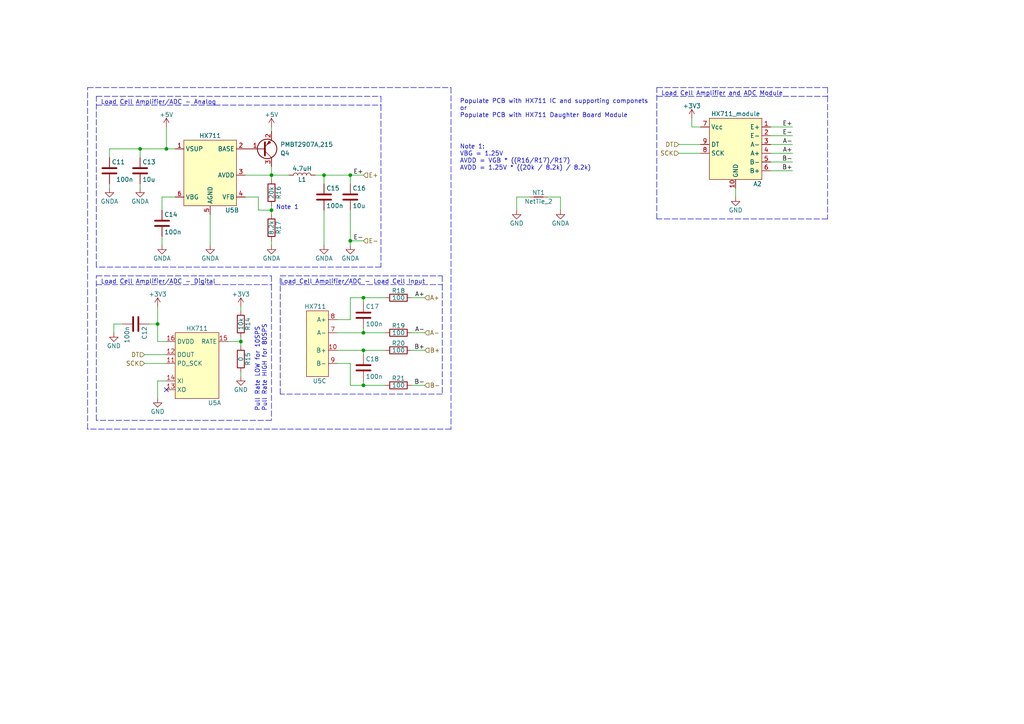
<source format=kicad_sch>
(kicad_sch (version 20211123) (generator eeschema)
  (paper "A4")
  (lib_symbols
    (symbol "Device:C" (pin_numbers hide) (pin_names (offset 0.254))
      (property "Reference" "C" (at 0.635 2.54 0))
      (property "Value" "C" (at 0.635 -2.54 0))
      (symbol "C_0_1"
        (polyline (pts (xy -2.032 -0.762) (xy 2.032 -0.762)) (stroke (width 0.508)))
        (polyline (pts (xy -2.032 0.762) (xy 2.032 0.762)) (stroke (width 0.508)))
      )
      (symbol "C_1_1"
        (pin passive line (at 0 3.81 270) (length 2.794) (name "~") (number "1"))
        (pin passive line (at 0 -3.81 90) (length 2.794) (name "~") (number "2"))
      )
    )
    (symbol "Device:L" (pin_numbers hide) (pin_names (offset 1.016) hide)
      (property "Reference" "L" (at -1.27 0 90))
      (property "Value" "L" (at 1.905 0 90))
      (symbol "L_0_1"
        (arc (start 0 -2.54) (mid 0.635 -1.905) (end 0 -1.27))
        (arc (start 0 -1.27) (mid 0.635 -0.635) (end 0 0))
        (arc (start 0 0) (mid 0.635 0.635) (end 0 1.27))
        (arc (start 0 1.27) (mid 0.635 1.905) (end 0 2.54))
      )
      (symbol "L_1_1"
        (pin passive line (at 0 3.81 270) (length 1.27) (name "1") (number "1"))
        (pin passive line (at 0 -3.81 90) (length 1.27) (name "2") (number "2"))
      )
    )
    (symbol "Device:NetTie_2" (pin_numbers hide) (pin_names (offset 0) hide)
      (property "Reference" "NT" (at 0 1.27 0))
      (property "Value" "NetTie_2" (at 0 -1.27 0))
      (symbol "NetTie_2_0_1"
        (polyline (pts (xy -1.27 0) (xy 1.27 0)) (stroke (width 0.254)))
      )
      (symbol "NetTie_2_1_1"
        (pin passive line (at -2.54 0 0) (length 2.54) (name "1") (number "1"))
        (pin passive line (at 2.54 0 180) (length 2.54) (name "2") (number "2"))
      )
    )
    (symbol "Device:Q_PNP_BEC" (pin_names (offset 0) hide)
      (property "Reference" "Q" (at 5.08 1.27 0))
      (property "Value" "Q_PNP_BEC" (at 5.08 -1.27 0))
      (symbol "Q_PNP_BEC_0_1"
        (polyline (pts (xy 0.635 0.635) (xy 2.54 2.54)))
        (polyline (pts (xy 0.635 -0.635) (xy 2.54 -2.54) (xy 2.54 -2.54)))
        (polyline (pts (xy 0.635 1.905) (xy 0.635 -1.905) (xy 0.635 -1.905)) (stroke (width 0.508)))
        (polyline (pts (xy 2.286 -1.778) (xy 1.778 -2.286) (xy 1.27 -1.27) (xy 2.286 -1.778) (xy 2.286 -1.778)) (fill (type outline)))
        (circle (center 1.27 0) (radius 2.8194) (stroke (width 0.254)))
      )
      (symbol "Q_PNP_BEC_1_1"
        (pin input line (at -5.08 0 0) (length 5.715) (name "B") (number "1"))
        (pin passive line (at 2.54 -5.08 90) (length 2.54) (name "E") (number "2"))
        (pin passive line (at 2.54 5.08 270) (length 2.54) (name "C") (number "3"))
      )
    )
    (symbol "Device:R" (pin_numbers hide) (pin_names (offset 0))
      (property "Reference" "R" (at 2.032 0 90))
      (property "Value" "R" (at 0 0 90))
      (symbol "R_0_1"
        (rectangle (start -1.016 -2.54) (end 1.016 2.54) (stroke (width 0.254)))
      )
      (symbol "R_1_1"
        (pin passive line (at 0 3.81 270) (length 1.27) (name "~") (number "1"))
        (pin passive line (at 0 -3.81 90) (length 1.27) (name "~") (number "2"))
      )
    )
    (symbol "pl_scale:HX711_m"
      (property "Reference" "U" (at 5.08 -17.78 0))
      (property "Value" "HX711_m" (at 0 3.81 0))
      (symbol "HX711_m_1_1"
        (rectangle (start -6.35 2.54) (end 6.35 -16.51) (fill (type background)))
        (pin passive line (at -8.89 -6.35 0) (length 2.54) (name "PD_SCK") (number "11"))
        (pin passive line (at -8.89 -3.81 0) (length 2.54) (name "DOUT") (number "12"))
        (pin passive line (at -8.89 -13.97 0) (length 2.54) (name "XO") (number "13"))
        (pin passive line (at -8.89 -11.43 0) (length 2.54) (name "XI") (number "14"))
        (pin passive line (at 8.89 0 180) (length 2.54) (name "RATE") (number "15"))
        (pin power_in line (at -8.89 0 0) (length 2.54) (name "DVDD") (number "16"))
      )
      (symbol "HX711_m_2_1"
        (rectangle (start -7.62 2.54) (end 7.62 -16.51) (fill (type background)))
        (pin power_in line (at -10.16 0 0) (length 2.54) (name "VSUP") (number "1"))
        (pin passive line (at 10.16 0 180) (length 2.54) (name "BASE") (number "2"))
        (pin power_out line (at 10.16 -7.62 180) (length 2.54) (name "AVDD") (number "3"))
        (pin passive line (at 10.16 -13.97 180) (length 2.54) (name "VFB") (number "4"))
        (pin power_out line (at 0 -19.05 90) (length 2.54) (name "AGND") (number "5"))
        (pin passive line (at -10.16 -13.97 0) (length 2.54) (name "VBG") (number "6"))
      )
      (symbol "HX711_m_3_1"
        (rectangle (start -2.54 2.54) (end 3.81 -16.51) (fill (type background)))
        (pin passive line (at 6.35 -8.89 180) (length 2.54) (name "B+") (number "10"))
        (pin passive line (at 6.35 -3.81 180) (length 2.54) (name "A-") (number "7"))
        (pin passive line (at 6.35 0 180) (length 2.54) (name "A+") (number "8"))
        (pin passive line (at 6.35 -12.7 180) (length 2.54) (name "B-") (number "9"))
      )
    )
    (symbol "pl_scale:HX711_module"
      (property "Reference" "A" (at 6.35 -16.51 0))
      (property "Value" "HX711_module" (at 0 3.81 0))
      (symbol "HX711_module_0_1"
        (rectangle (start -7.62 2.54) (end 7.62 -15.24) (fill (type background)))
      )
      (symbol "HX711_module_1_1"
        (pin input line (at 10.16 0 180) (length 2.54) (name "E+") (number "1"))
        (pin power_in line (at 0 -17.78 90) (length 2.54) (name "GND") (number "10"))
        (pin input line (at 10.16 -2.54 180) (length 2.54) (name "E-") (number "2"))
        (pin input line (at 10.16 -5.08 180) (length 2.54) (name "A-") (number "3"))
        (pin input line (at 10.16 -7.62 180) (length 2.54) (name "A+") (number "4"))
        (pin input line (at 10.16 -10.16 180) (length 2.54) (name "B-") (number "5"))
        (pin input line (at 10.16 -12.7 180) (length 2.54) (name "B+") (number "6"))
        (pin power_in line (at -10.16 0 0) (length 2.54) (name "Vcc") (number "7"))
        (pin input line (at -10.16 -7.62 0) (length 2.54) (name "SCK") (number "8"))
        (pin input line (at -10.16 -5.08 0) (length 2.54) (name "DT") (number "9"))
      )
    )
    (symbol "power:+3V3" (power) (pin_names (offset 0))
      (property "Value" "+3V3" (at 0 3.556 0))
      (symbol "+3V3_0_1"
        (polyline (pts (xy -0.762 1.27) (xy 0 2.54)))
        (polyline (pts (xy 0 0) (xy 0 2.54)))
        (polyline (pts (xy 0 2.54) (xy 0.762 1.27)))
      )
      (symbol "+3V3_1_1"
        (pin power_in line (at 0 0 90) (length 0) hide (name "+3V3") (number "1"))
      )
    )
    (symbol "power:+5V" (power) (pin_names (offset 0))
      (property "Value" "+5V" (at 0 3.556 0))
      (symbol "+5V_0_1"
        (polyline (pts (xy -0.762 1.27) (xy 0 2.54)))
        (polyline (pts (xy 0 0) (xy 0 2.54)))
        (polyline (pts (xy 0 2.54) (xy 0.762 1.27)))
      )
      (symbol "+5V_1_1"
        (pin power_in line (at 0 0 90) (length 0) hide (name "+5V") (number "1"))
      )
    )
    (symbol "power:GND" (power) (pin_names (offset 0))
      (property "Value" "GND" (at 0 -3.81 0))
      (symbol "GND_0_1"
        (polyline (pts (xy 0 0) (xy 0 -1.27) (xy 1.27 -1.27) (xy 0 -2.54) (xy -1.27 -1.27) (xy 0 -1.27)))
      )
      (symbol "GND_1_1"
        (pin power_in line (at 0 0 270) (length 0) hide (name "GND") (number "1"))
      )
    )
    (symbol "power:GNDA" (power) (pin_names (offset 0))
      (property "Value" "GNDA" (at 0 -3.81 0))
      (symbol "GNDA_0_1"
        (polyline (pts (xy 0 0) (xy 0 -1.27) (xy 1.27 -1.27) (xy 0 -2.54) (xy -1.27 -1.27) (xy 0 -1.27)))
      )
      (symbol "GNDA_1_1"
        (pin power_in line (at 0 0 270) (length 0) hide (name "GNDA") (number "1"))
      )
    )
  )
  (junction (at 105.41 111.76))
  (junction (at 78.74 60.96))
  (junction (at 40.64 43.18))
  (junction (at 101.6 69.85))
  (junction (at 105.41 101.6))
  (junction (at 93.98 50.8))
  (junction (at 69.85 99.06))
  (junction (at 105.41 96.52))
  (junction (at 105.41 86.36))
  (junction (at 78.74 50.8))
  (junction (at 48.26 43.18))
  (junction (at 101.6 50.8))
  (junction (at 45.72 93.98))
  (no_connect (at 48.26 113.03))
  (polyline (pts (xy 240.03 25.4) (xy 240.03 27.94)))
  (wire (pts (xy 119.38 96.52) (xy 123.19 96.52)))
  (wire (pts (xy 69.85 107.95) (xy 69.85 109.22)))
  (wire (pts (xy 119.38 86.36) (xy 123.19 86.36)))
  (wire (pts (xy 45.72 93.98) (xy 45.72 99.06)))
  (polyline (pts (xy 128.27 114.3) (xy 81.28 114.3)))
  (wire (pts (xy 78.74 69.85) (xy 78.74 71.12)))
  (wire (pts (xy 46.99 57.15) (xy 46.99 60.96)))
  (wire (pts (xy 50.8 57.15) (xy 46.99 57.15)))
  (wire (pts (xy 223.52 39.37) (xy 229.87 39.37)))
  (wire (pts (xy 101.6 92.71) (xy 97.79 92.71)))
  (wire (pts (xy 74.93 60.96) (xy 78.74 60.96)))
  (polyline (pts (xy 25.4 124.46) (xy 25.4 25.4)))
  (wire (pts (xy 48.26 36.83) (xy 48.26 43.18)))
  (wire (pts (xy 69.85 88.9) (xy 69.85 90.17)))
  (wire (pts (xy 196.85 44.45) (xy 203.2 44.45)))
  (wire (pts (xy 66.04 99.06) (xy 69.85 99.06)))
  (wire (pts (xy 69.85 99.06) (xy 69.85 97.79)))
  (wire (pts (xy 105.41 95.25) (xy 105.41 96.52)))
  (wire (pts (xy 33.02 93.98) (xy 35.56 93.98)))
  (wire (pts (xy 45.72 115.57) (xy 45.72 110.49)))
  (wire (pts (xy 78.74 50.8) (xy 78.74 48.26)))
  (wire (pts (xy 105.41 96.52) (xy 111.76 96.52)))
  (wire (pts (xy 40.64 43.18) (xy 40.64 45.72)))
  (polyline (pts (xy 130.81 25.4) (xy 130.81 124.46)))
  (polyline (pts (xy 81.28 82.55) (xy 128.27 82.55)))
  (wire (pts (xy 229.87 49.53) (xy 223.52 49.53)))
  (polyline (pts (xy 27.94 80.01) (xy 78.74 80.01)))
  (wire (pts (xy 119.38 101.6) (xy 123.19 101.6)))
  (wire (pts (xy 101.6 60.96) (xy 101.6 69.85)))
  (wire (pts (xy 93.98 60.96) (xy 93.98 71.12)))
  (wire (pts (xy 46.99 68.58) (xy 46.99 71.12)))
  (polyline (pts (xy 190.5 25.4) (xy 240.03 25.4)))
  (wire (pts (xy 71.12 50.8) (xy 78.74 50.8)))
  (wire (pts (xy 78.74 50.8) (xy 83.82 50.8)))
  (wire (pts (xy 200.66 34.29) (xy 200.66 36.83)))
  (wire (pts (xy 223.52 41.91) (xy 229.87 41.91)))
  (wire (pts (xy 101.6 86.36) (xy 101.6 92.71)))
  (polyline (pts (xy 78.74 80.01) (xy 78.74 82.55)))
  (polyline (pts (xy 128.27 82.55) (xy 128.27 114.3)))
  (wire (pts (xy 101.6 111.76) (xy 105.41 111.76)))
  (wire (pts (xy 162.56 57.15) (xy 158.75 57.15)))
  (wire (pts (xy 105.41 111.76) (xy 111.76 111.76)))
  (wire (pts (xy 60.96 62.23) (xy 60.96 71.12)))
  (polyline (pts (xy 240.03 27.94) (xy 240.03 63.5)))
  (polyline (pts (xy 81.28 80.01) (xy 128.27 80.01)))
  (wire (pts (xy 31.75 53.34) (xy 31.75 54.61)))
  (wire (pts (xy 78.74 36.83) (xy 78.74 38.1)))
  (polyline (pts (xy 190.5 27.94) (xy 240.03 27.94)))
  (polyline (pts (xy 27.94 30.48) (xy 110.49 30.48)))
  (wire (pts (xy 105.41 86.36) (xy 105.41 87.63)))
  (wire (pts (xy 162.56 60.96) (xy 162.56 57.15)))
  (polyline (pts (xy 81.28 114.3) (xy 81.28 80.01)))
  (wire (pts (xy 91.44 50.8) (xy 93.98 50.8)))
  (wire (pts (xy 200.66 36.83) (xy 203.2 36.83)))
  (wire (pts (xy 223.52 36.83) (xy 229.87 36.83)))
  (wire (pts (xy 78.74 59.69) (xy 78.74 60.96)))
  (polyline (pts (xy 78.74 82.55) (xy 78.74 121.92)))
  (wire (pts (xy 213.36 54.61) (xy 213.36 57.15)))
  (wire (pts (xy 97.79 96.52) (xy 105.41 96.52)))
  (polyline (pts (xy 190.5 63.5) (xy 190.5 25.4)))
  (polyline (pts (xy 130.81 124.46) (xy 25.4 124.46)))
  (wire (pts (xy 78.74 60.96) (xy 78.74 62.23)))
  (polyline (pts (xy 110.49 30.48) (xy 110.49 77.47)))
  (wire (pts (xy 33.02 96.52) (xy 33.02 93.98)))
  (polyline (pts (xy 128.27 80.01) (xy 128.27 82.55)))
  (wire (pts (xy 78.74 50.8) (xy 78.74 52.07)))
  (wire (pts (xy 229.87 46.99) (xy 223.52 46.99)))
  (wire (pts (xy 45.72 99.06) (xy 48.26 99.06)))
  (wire (pts (xy 119.38 111.76) (xy 123.19 111.76)))
  (polyline (pts (xy 27.94 77.47) (xy 27.94 27.94)))
  (wire (pts (xy 71.12 57.15) (xy 74.93 57.15)))
  (wire (pts (xy 101.6 69.85) (xy 105.41 69.85)))
  (wire (pts (xy 149.86 57.15) (xy 153.67 57.15)))
  (wire (pts (xy 93.98 50.8) (xy 93.98 53.34)))
  (wire (pts (xy 50.8 43.18) (xy 48.26 43.18)))
  (wire (pts (xy 105.41 101.6) (xy 105.41 102.87)))
  (wire (pts (xy 45.72 88.9) (xy 45.72 93.98)))
  (wire (pts (xy 45.72 110.49) (xy 48.26 110.49)))
  (wire (pts (xy 40.64 43.18) (xy 31.75 43.18)))
  (wire (pts (xy 223.52 44.45) (xy 229.87 44.45)))
  (wire (pts (xy 31.75 43.18) (xy 31.75 45.72)))
  (wire (pts (xy 97.79 105.41) (xy 101.6 105.41)))
  (wire (pts (xy 111.76 86.36) (xy 105.41 86.36)))
  (polyline (pts (xy 240.03 63.5) (xy 190.5 63.5)))
  (wire (pts (xy 93.98 50.8) (xy 101.6 50.8)))
  (polyline (pts (xy 110.49 27.94) (xy 110.49 30.48)))
  (wire (pts (xy 105.41 86.36) (xy 101.6 86.36)))
  (wire (pts (xy 48.26 43.18) (xy 40.64 43.18)))
  (wire (pts (xy 101.6 69.85) (xy 101.6 71.12)))
  (wire (pts (xy 101.6 50.8) (xy 101.6 53.34)))
  (wire (pts (xy 101.6 105.41) (xy 101.6 111.76)))
  (wire (pts (xy 41.91 102.87) (xy 48.26 102.87)))
  (polyline (pts (xy 110.49 77.47) (xy 27.94 77.47)))
  (wire (pts (xy 196.85 41.91) (xy 203.2 41.91)))
  (wire (pts (xy 105.41 110.49) (xy 105.41 111.76)))
  (wire (pts (xy 41.91 105.41) (xy 48.26 105.41)))
  (polyline (pts (xy 27.94 121.92) (xy 27.94 80.01)))
  (wire (pts (xy 74.93 57.15) (xy 74.93 60.96)))
  (wire (pts (xy 97.79 101.6) (xy 105.41 101.6)))
  (polyline (pts (xy 25.4 25.4) (xy 130.81 25.4)))
  (wire (pts (xy 69.85 99.06) (xy 69.85 100.33)))
  (wire (pts (xy 43.18 93.98) (xy 45.72 93.98)))
  (wire (pts (xy 149.86 60.96) (xy 149.86 57.15)))
  (polyline (pts (xy 27.94 27.94) (xy 110.49 27.94)))
  (wire (pts (xy 40.64 53.34) (xy 40.64 54.61)))
  (wire (pts (xy 101.6 50.8) (xy 105.41 50.8)))
  (wire (pts (xy 105.41 101.6) (xy 111.76 101.6)))
  (polyline (pts (xy 27.94 82.55) (xy 78.74 82.55)))
  (polyline (pts (xy 78.74 121.92) (xy 27.94 121.92)))
  (text "Note 1:\nVBG = 1.25V\nAVDD = VGB * ((R16/R17)/R17)\nAVDD = 1.25V * ((${d9d9390b-7442-48ce-aae3-fce299668054:VALUE} / ${c21c4211-b7db-467f-91fc-a5f5681a500d:VALUE}) / ${c21c4211-b7db-467f-91fc-a5f5681a500d:VALUE})" (at 133.35 49.53 0) (effects (font (size 1.27 1.27)) (justify left bottom)))
  (text "Pull Rate LOW for 10SPS\nPull Rate HIGH for 80SPS" (at 77.47 119.38 90) (effects (font (size 1.27 1.27)) (justify left bottom)))
  (text "Populate PCB with HX711 IC and supporting componets\nor\nPopulate PCB with HX711 Daughter Board Module" (at 133.35 34.29 0) (effects (font (size 1.27 1.27)) (justify left bottom)))
  (text "Load Cell Amplifier/ADC - Analog" (at 29.21 30.48 0) (effects (font (size 1.27 1.27)) (justify left bottom)))
  (text "Load Cell Amplifier/ADC - Load Cell Input" (at 81.28 82.55 0) (effects (font (size 1.27 1.27)) (justify left bottom)))
  (text "Load Cell Amplifier and ADC Module" (at 191.77 27.94 0) (effects (font (size 1.27 1.27)) (justify left bottom)))
  (text "Load Cell Amplifier/ADC - Digital" (at 29.21 82.55 0) (effects (font (size 1.27 1.27)) (justify left bottom)))
  (text "Note 1" (at 80.01 60.96 0) (effects (font (size 1.27 1.27)) (justify left bottom)))
  (label "B-" (at 229.87 46.99 180))
  (label "A+" (at 123.19 86.36 180))
  (label "E+" (at 229.87 36.83 180))
  (label "A-" (at 229.87 41.91 180))
  (label "E+" (at 105.41 50.8 180))
  (label "E-" (at 105.41 69.85 180))
  (label "B+" (at 123.19 101.6 180))
  (label "E-" (at 229.87 39.37 180))
  (label "A-" (at 123.19 96.52 180))
  (label "B-" (at 123.19 111.76 180))
  (label "B+" (at 229.87 49.53 180))
  (label "A+" (at 229.87 44.45 180))
  (hierarchical_label "E+" (shape input) (at 105.41 50.8 0))
  (hierarchical_label "DT" (shape input) (at 41.91 102.87 180))
  (hierarchical_label "A+" (shape input) (at 123.19 86.36 0))
  (hierarchical_label "SCK" (shape input) (at 41.91 105.41 180))
  (hierarchical_label "E-" (shape input) (at 105.41 69.85 0))
  (hierarchical_label "B+" (shape input) (at 123.19 101.6 0))
  (hierarchical_label "SCK" (shape input) (at 196.85 44.45 180))
  (hierarchical_label "DT" (shape input) (at 196.85 41.91 180))
  (hierarchical_label "B-" (shape input) (at 123.19 111.76 0))
  (hierarchical_label "A-" (shape input) (at 123.19 96.52 0))
  (symbol (lib_id "Device:C") (at 31.75 49.53 0) (unit 1)
    (property "Reference" "C11" (at 32.385 46.99 0) (effects (justify left)))
    (property "Value" "100n" (at 33.655 52.07 0) (effects (justify left)))
    (property "Footprint" "Capacitor_SMD:C_0603_1608Metric" (effects hide))
  )
  (symbol (lib_id "power:+5V") (at 78.74 36.83 0) (unit 1)
    (property "Reference" "#PWR044" (effects hide))
    (property "Value" "+5V" (at 78.74 33.274 0))
  )
  (symbol (lib_id "Device:C") (at 105.41 91.44 0) (unit 1)
    (property "Reference" "C17" (at 106.045 88.9 0) (effects (justify left)))
    (property "Value" "100n" (at 106.045 93.98 0) (effects (justify left)))
    (property "Footprint" "Capacitor_SMD:C_0603_1608Metric" (effects hide))
  )
  (symbol (lib_id "Device:C") (at 46.99 64.77 0) (unit 1)
    (property "Reference" "C14" (at 47.625 62.23 0) (effects (justify left)))
    (property "Value" "100n" (at 47.625 67.31 0) (effects (justify left)))
    (property "Footprint" "Capacitor_SMD:C_0603_1608Metric" (effects hide))
  )
  (symbol (lib_id "Device:L") (at 87.63 50.8 270) (mirror x) (unit 1)
    (property "Reference" "L1" (at 87.63 52.07 90))
    (property "Value" "4.7uH" (at 87.63 48.895 90))
    (property "Footprint" "Inductor_SMD:L_0805_2012Metric_Pad1.05x1.20mm_HandSolder" (effects hide))
  )
  (symbol (lib_id "Device:R") (at 115.57 101.6 90) (unit 1)
    (property "Reference" "R20" (at 115.57 99.568 90))
    (property "Value" "100" (at 115.57 101.6 90))
    (property "Footprint" "Resistor_SMD:R_0603_1608Metric_Pad0.98x0.95mm_HandSolder" (effects hide))
  )
  (symbol (lib_id "Device:C") (at 105.41 106.68 0) (unit 1)
    (property "Reference" "C18" (at 106.045 104.14 0) (effects (justify left)))
    (property "Value" "100n" (at 106.045 109.22 0) (effects (justify left)))
    (property "Footprint" "Capacitor_SMD:C_0603_1608Metric" (effects hide))
  )
  (symbol (lib_id "Device:R") (at 115.57 111.76 90) (unit 1)
    (property "Reference" "R21" (at 115.57 109.728 90))
    (property "Value" "100" (at 115.57 111.76 90))
    (property "Footprint" "Resistor_SMD:R_0603_1608Metric_Pad0.98x0.95mm_HandSolder" (effects hide))
  )
  (symbol (lib_id "pl_scale:HX711_m") (at 60.96 43.18 0) (unit 2)
    (property "Reference" "U5" (at 67.31 60.96 0))
    (property "Value" "HX711" (at 60.96 39.37 0))
    (property "Footprint" "Package_SO:SOP-16_3.9x9.9mm_P1.27mm" (effects hide))
    (property "Datasheet" "https://cdn.sparkfun.com/assets/b/f/5/a/e/hx711F_EN.pdf" (effects hide))
  )
  (symbol (lib_id "power:GNDA") (at 78.74 71.12 0) (unit 1)
    (property "Reference" "#PWR045" (effects hide))
    (property "Value" "GNDA" (at 78.74 74.93 0))
  )
  (symbol (lib_id "power:GND") (at 69.85 109.22 0) (unit 1)
    (property "Reference" "#PWR043" (effects hide))
    (property "Value" "GND" (at 69.85 113.03 0))
  )
  (symbol (lib_id "Device:C") (at 39.37 93.98 270) (unit 1)
    (property "Reference" "C12" (at 41.91 94.615 0) (effects (justify left)))
    (property "Value" "100n" (at 36.83 94.615 0) (effects (justify left)))
    (property "Footprint" "Capacitor_SMD:C_0603_1608Metric" (effects hide))
  )
  (symbol (lib_id "Device:R") (at 69.85 104.14 0) (unit 1)
    (property "Reference" "R15" (at 71.882 104.14 90))
    (property "Value" "0" (at 69.85 104.14 90))
    (property "Footprint" "Resistor_SMD:R_0603_1608Metric_Pad0.98x0.95mm_HandSolder" (effects hide))
  )
  (symbol (lib_id "power:GND") (at 45.72 115.57 0) (unit 1)
    (property "Reference" "#PWR038" (effects hide))
    (property "Value" "GND" (at 45.72 119.38 0))
  )
  (symbol (lib_id "power:+3V3") (at 69.85 88.9 0) (unit 1)
    (property "Reference" "#PWR042" (effects hide))
    (property "Value" "+3V3" (at 69.85 85.344 0))
  )
  (symbol (lib_id "power:GND") (at 213.36 57.15 0) (unit 1)
    (property "Reference" "#PWR049" (effects hide))
    (property "Value" "GND" (at 213.36 60.96 0))
  )
  (symbol (lib_id "power:GNDA") (at 162.56 60.96 0) (unit 1)
    (property "Reference" "#PWR051" (effects hide))
    (property "Value" "GNDA" (at 162.56 64.77 0))
  )
  (symbol (lib_id "power:GND") (at 33.02 96.52 0) (unit 1)
    (property "Reference" "#PWR014" (effects hide))
    (property "Value" "GND" (at 33.02 100.33 0))
  )
  (symbol (lib_id "pl_scale:HX711_module") (at 213.36 36.83 0) (unit 1)
    (property "Reference" "A2" (at 219.71 53.34 0))
    (property "Value" "HX711_module" (at 213.36 33.02 0))
    (property "Footprint" "pl_scale:HX711_module" (effects hide))
  )
  (symbol (lib_id "power:+3V3") (at 45.72 88.9 0) (unit 1)
    (property "Reference" "#PWR037" (effects hide))
    (property "Value" "+3V3" (at 45.72 85.344 0))
  )
  (symbol (lib_id "pl_scale:HX711_m") (at 91.44 92.71 0) (unit 3)
    (property "Reference" "U5" (at 92.71 110.49 0))
    (property "Value" "HX711" (at 91.44 88.9 0))
    (property "Footprint" "Package_SO:SOP-16_3.9x9.9mm_P1.27mm" (effects hide))
    (property "Datasheet" "https://cdn.sparkfun.com/assets/b/f/5/a/e/hx711F_EN.pdf" (effects hide))
  )
  (symbol (lib_id "Device:C") (at 93.98 57.15 0) (unit 1)
    (property "Reference" "C15" (at 94.615 54.61 0) (effects (justify left)))
    (property "Value" "100n" (at 94.615 59.69 0) (effects (justify left)))
    (property "Footprint" "Capacitor_SMD:C_0603_1608Metric" (effects hide))
  )
  (symbol (lib_id "power:+3V3") (at 200.66 34.29 0) (unit 1)
    (property "Reference" "#PWR048" (effects hide))
    (property "Value" "+3V3" (at 200.66 30.734 0))
  )
  (symbol (lib_id "power:GND") (at 149.86 60.96 0) (unit 1)
    (property "Reference" "#PWR050" (effects hide))
    (property "Value" "GND" (at 149.86 64.77 0))
  )
  (symbol (lib_id "Device:C") (at 40.64 49.53 0) (unit 1)
    (property "Reference" "C13" (at 41.275 46.99 0) (effects (justify left)))
    (property "Value" "10u" (at 41.275 52.07 0) (effects (justify left)))
    (property "Footprint" "Capacitor_SMD:C_0805_2012Metric_Pad1.18x1.45mm_HandSolder" (effects hide))
  )
  (symbol (lib_id "Device:NetTie_2") (at 156.21 57.15 0) (unit 1)
    (property "Reference" "NT1" (at 156.21 55.88 0))
    (property "Value" "NetTie_2" (at 156.21 58.42 0))
    (property "Footprint" "NetTie:NetTie-2_SMD_Pad2.0mm" (effects hide))
  )
  (symbol (lib_id "power:+5V") (at 48.26 36.83 0) (unit 1)
    (property "Reference" "#PWR040" (effects hide))
    (property "Value" "+5V" (at 48.26 33.274 0))
  )
  (symbol (lib_id "power:GNDA") (at 31.75 54.61 0) (unit 1)
    (property "Reference" "#PWR06" (effects hide))
    (property "Value" "GNDA" (at 31.75 58.42 0))
  )
  (symbol (lib_id "Device:R") (at 69.85 93.98 0) (unit 1)
    (property "Reference" "R14" (at 71.882 93.98 90))
    (property "Value" "10k" (at 69.85 93.98 90))
    (property "Footprint" "Resistor_SMD:R_0603_1608Metric_Pad0.98x0.95mm_HandSolder" (effects hide))
  )
  (symbol (lib_id "power:GNDA") (at 60.96 71.12 0) (unit 1)
    (property "Reference" "#PWR041" (effects hide))
    (property "Value" "GNDA" (at 60.96 74.93 0))
  )
  (symbol (lib_id "Device:Q_PNP_BEC") (at 76.2 43.18 0) (mirror x) (unit 1)
    (property "Reference" "Q4" (at 81.28 44.45 0) (effects (justify left)))
    (property "Value" "PMBT2907A,215" (at 81.28 41.91 0) (effects (justify left)))
    (property "Footprint" "Package_TO_SOT_SMD:SOT-23" (effects hide))
  )
  (symbol (lib_id "Device:R") (at 78.74 66.04 0) (unit 1)
    (property "Reference" "R17" (at 80.772 66.04 90))
    (property "Value" "8.2k" (at 78.74 66.04 90))
    (property "Footprint" "Resistor_SMD:R_0805_2012Metric_Pad1.20x1.40mm_HandSolder" (effects hide))
  )
  (symbol (lib_id "power:GNDA") (at 40.64 54.61 0) (unit 1)
    (property "Reference" "#PWR036" (effects hide))
    (property "Value" "GNDA" (at 40.64 58.42 0))
  )
  (symbol (lib_id "pl_scale:HX711_m") (at 57.15 99.06 0) (unit 1)
    (property "Reference" "U5" (at 62.23 116.84 0))
    (property "Value" "HX711" (at 57.15 95.25 0))
    (property "Footprint" "Package_SO:SOP-16_3.9x9.9mm_P1.27mm" (effects hide))
    (property "Datasheet" "https://cdn.sparkfun.com/assets/b/f/5/a/e/hx711F_EN.pdf" (effects hide))
  )
  (symbol (lib_id "Device:C") (at 101.6 57.15 0) (unit 1)
    (property "Reference" "C16" (at 102.235 54.61 0) (effects (justify left)))
    (property "Value" "10u" (at 102.235 59.69 0) (effects (justify left)))
    (property "Footprint" "Capacitor_SMD:C_0805_2012Metric_Pad1.18x1.45mm_HandSolder" (effects hide))
  )
  (symbol (lib_id "Device:R") (at 78.74 55.88 0) (unit 1)
    (property "Reference" "R16" (at 80.772 55.88 90))
    (property "Value" "20k" (at 78.74 55.88 90))
    (property "Footprint" "Resistor_SMD:R_0805_2012Metric_Pad1.20x1.40mm_HandSolder" (effects hide))
  )
  (symbol (lib_id "power:GNDA") (at 101.6 71.12 0) (unit 1)
    (property "Reference" "#PWR047" (effects hide))
    (property "Value" "GNDA" (at 101.6 74.93 0))
  )
  (symbol (lib_id "Device:R") (at 115.57 86.36 90) (unit 1)
    (property "Reference" "R18" (at 115.57 84.328 90))
    (property "Value" "100" (at 115.57 86.36 90))
    (property "Footprint" "Resistor_SMD:R_0603_1608Metric_Pad0.98x0.95mm_HandSolder" (effects hide))
  )
  (symbol (lib_id "power:GNDA") (at 46.99 71.12 0) (unit 1)
    (property "Reference" "#PWR039" (effects hide))
    (property "Value" "GNDA" (at 46.99 74.93 0))
  )
  (symbol (lib_id "Device:R") (at 115.57 96.52 90) (unit 1)
    (property "Reference" "R19" (at 115.57 94.488 90))
    (property "Value" "100" (at 115.57 96.52 90))
    (property "Footprint" "Resistor_SMD:R_0603_1608Metric_Pad0.98x0.95mm_HandSolder" (effects hide))
  )
  (symbol (lib_id "power:GNDA") (at 93.98 71.12 0) (unit 1)
    (property "Reference" "#PWR046" (effects hide))
    (property "Value" "GNDA" (at 93.98 74.93 0))
  )
)
</source>
